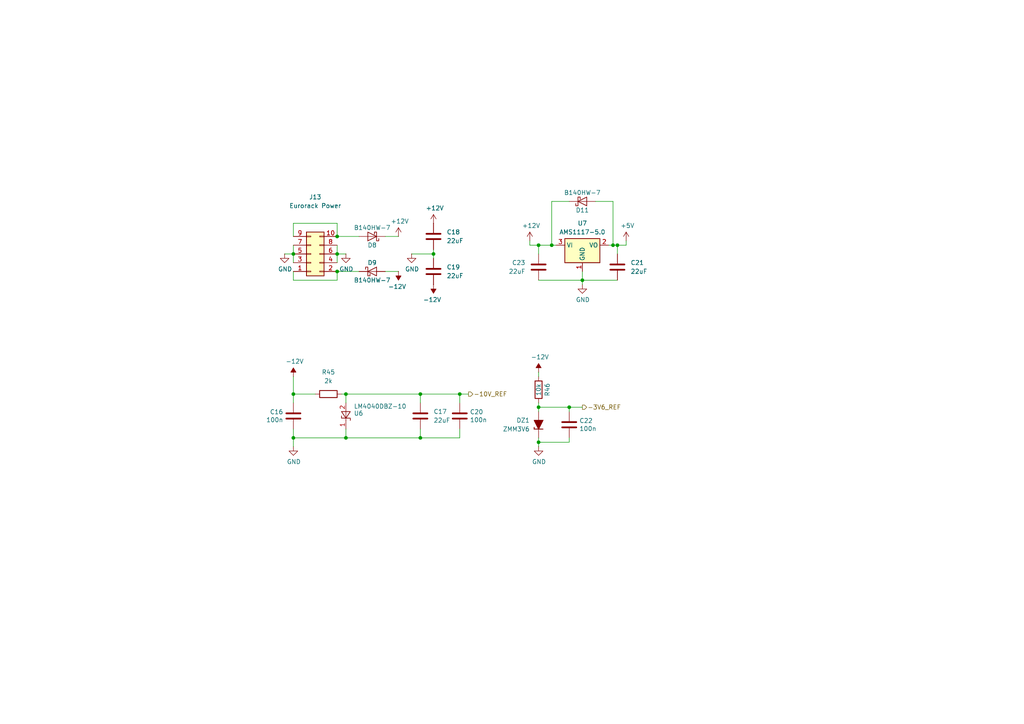
<source format=kicad_sch>
(kicad_sch (version 20231120) (generator "eeschema") (generator_version "8.0")
  (paper "A4")
  (title_block (title "Power") (date "2024-09-14") (rev "v0.1") (company "Sluisbrinkie"))
  (lib_symbols
    (symbol "Connector_Generic:Conn_02x05_Odd_Even" (pin_names (offset 1.016) hide)
      (property "Reference" "J" (at 1.27 7.62 0))
      (property "Value" "Conn_02x05_Odd_Even" (at 1.27 -7.62 0))
      (symbol "Conn_02x05_Odd_Even_1_1"
        (rectangle (start -1.27 -4.953) (end 0 -5.207) (stroke (width 0.1524)))
        (rectangle (start -1.27 -2.413) (end 0 -2.667) (stroke (width 0.1524)))
        (rectangle (start -1.27 0.127) (end 0 -0.127) (stroke (width 0.1524)))
        (rectangle (start -1.27 2.667) (end 0 2.413) (stroke (width 0.1524)))
        (rectangle (start -1.27 5.207) (end 0 4.953) (stroke (width 0.1524)))
        (rectangle (start -1.27 6.35) (end 3.81 -6.35) (stroke (width 0.254)) (fill (type background)))
        (rectangle (start 3.81 -4.953) (end 2.54 -5.207) (stroke (width 0.1524)))
        (rectangle (start 3.81 -2.413) (end 2.54 -2.667) (stroke (width 0.1524)))
        (rectangle (start 3.81 0.127) (end 2.54 -0.127) (stroke (width 0.1524)))
        (rectangle (start 3.81 2.667) (end 2.54 2.413) (stroke (width 0.1524)))
        (rectangle (start 3.81 5.207) (end 2.54 4.953) (stroke (width 0.1524)))
        (pin passive line (at -5.08 5.08 0) (length 3.81) (name "Pin_1") (number "1"))
        (pin passive line (at 7.62 -5.08 180) (length 3.81) (name "Pin_10") (number "10"))
        (pin passive line (at 7.62 5.08 180) (length 3.81) (name "Pin_2") (number "2"))
        (pin passive line (at -5.08 2.54 0) (length 3.81) (name "Pin_3") (number "3"))
        (pin passive line (at 7.62 2.54 180) (length 3.81) (name "Pin_4") (number "4"))
        (pin passive line (at -5.08 0 0) (length 3.81) (name "Pin_5") (number "5"))
        (pin passive line (at 7.62 0 180) (length 3.81) (name "Pin_6") (number "6"))
        (pin passive line (at -5.08 -2.54 0) (length 3.81) (name "Pin_7") (number "7"))
        (pin passive line (at 7.62 -2.54 180) (length 3.81) (name "Pin_8") (number "8"))
        (pin passive line (at -5.08 -5.08 0) (length 3.81) (name "Pin_9") (number "9"))
      )
    )
    (symbol "Device:C" (pin_numbers hide) (pin_names (offset 0.254))
      (property "Reference" "C" (at 0.635 2.54 0))
      (property "Value" "C" (at 0.635 -2.54 0))
      (symbol "C_0_1"
        (polyline (pts (xy -2.032 -0.762) (xy 2.032 -0.762)) (stroke (width 0.508)))
        (polyline (pts (xy -2.032 0.762) (xy 2.032 0.762)) (stroke (width 0.508)))
      )
      (symbol "C_1_1"
        (pin passive line (at 0 3.81 270) (length 2.794) (name "~") (number "1"))
        (pin passive line (at 0 -3.81 90) (length 2.794) (name "~") (number "2"))
      )
    )
    (symbol "Device:R" (pin_numbers hide) (pin_names (offset 0))
      (property "Reference" "R" (at 2.032 0 90))
      (property "Value" "R" (at 0 0 90))
      (symbol "R_0_1"
        (rectangle (start -1.016 -2.54) (end 1.016 2.54) (stroke (width 0.254)))
      )
      (symbol "R_1_1"
        (pin passive line (at 0 3.81 270) (length 1.27) (name "~") (number "1"))
        (pin passive line (at 0 -3.81 90) (length 1.27) (name "~") (number "2"))
      )
    )
    (symbol "PCM_4ms_Diode:B140HW-7" (pin_numbers hide) (pin_names (offset 1.016) hide)
      (property "Reference" "D" (at 0 2.54 0))
      (property "Value" "B140HW-7" (at 0 -2.54 0))
      (symbol "B140HW-7_0_1"
        (polyline (pts (xy 1.27 0) (xy -1.27 0)))
        (polyline (pts (xy 1.27 1.27) (xy 1.27 -1.27) (xy -1.27 0) (xy 1.27 1.27)) (stroke (width 0.2032)))
        (polyline (pts (xy -1.905 0.635) (xy -1.905 1.27) (xy -1.27 1.27) (xy -1.27 -1.27) (xy -0.635 -1.27) (xy -0.635 -0.635)) (stroke (width 0.2032)))
      )
      (symbol "B140HW-7_1_1"
        (pin passive line (at -3.81 0 0) (length 2.54) (name "K") (number "1"))
        (pin passive line (at 3.81 0 180) (length 2.54) (name "A") (number "2"))
      )
    )
    (symbol "PCM_Diode_Zener_AKL:MM3Z3V6ST" (pin_numbers hide) (pin_names (offset 1.016) hide)
      (property "Reference" "DZ" (at 0 5.08 0))
      (property "Value" "MM3Z3V6ST" (at 0 2.54 0))
      (symbol "MM3Z3V6ST_0_1"
        (polyline (pts (xy -1.27 0) (xy 1.27 0)))
        (polyline (pts (xy 1.27 1.27) (xy 0.762 1.27)) (stroke (width 0.254)))
        (polyline (pts (xy 1.27 1.27) (xy 1.27 -1.27)) (stroke (width 0.254)))
        (polyline (pts (xy -1.27 -1.27) (xy -1.27 1.27) (xy 1.27 0) (xy -1.27 -1.27)) (stroke (width 0.254)) (fill (type outline)))
      )
      (symbol "MM3Z3V6ST_0_2"
        (polyline (pts (xy -2.54 -2.54) (xy 2.54 2.54)))
        (polyline (pts (xy 0 1.778) (xy -0.381 1.397)) (stroke (width 0.254)))
        (polyline (pts (xy 0 1.778) (xy 1.778 0)) (stroke (width 0.254)))
        (polyline (pts (xy -0.889 -0.889) (xy -1.778 0) (xy 0.889 0.889) (xy 0 -1.778) (xy -0.889 -0.889)) (stroke (width 0.254)) (fill (type outline)))
      )
      (symbol "MM3Z3V6ST_1_1"
        (pin passive line (at 3.81 0 180) (length 2.54) (name "K") (number "1"))
        (pin passive line (at -3.81 0 0) (length 2.54) (name "A") (number "2"))
      )
      (symbol "MM3Z3V6ST_1_2"
        (pin passive line (at 2.54 2.54 180) (length 0) (name "K") (number "1"))
        (pin passive line (at -2.54 -2.54 0) (length 0) (name "A") (number "2"))
      )
    )
    (symbol "Reference_Voltage:LM4040DBZ-10" (pin_names (offset 0.0254) hide)
      (property "Reference" "U" (at 0 2.54 0))
      (property "Value" "LM4040DBZ-10" (at 0 -3.175 0))
      (symbol "LM4040DBZ-10_0_1"
        (polyline (pts (xy -1.27 0) (xy 0 0) (xy 1.27 0)))
        (polyline (pts (xy -1.27 -1.27) (xy 0.635 0) (xy -1.27 1.27) (xy -1.27 -1.27)) (stroke (width 0.2032)))
        (polyline (pts (xy 0 -1.27) (xy 0.635 -1.27) (xy 0.635 1.27) (xy 1.27 1.27)) (stroke (width 0.2032)))
      )
      (symbol "LM4040DBZ-10_1_1"
        (pin passive line (at 3.81 0 180) (length 2.54) (name "K") (number "1"))
        (pin passive line (at -3.81 0 0) (length 2.54) (name "A") (number "2"))
        (pin no_connect line (at -1.27 0 0) (length 2.54) hide (name "NC") (number "3"))
      )
    )
    (symbol "Regulator_Linear:AMS1117-5.0"
      (property "Reference" "U" (at -3.81 3.175 0))
      (property "Value" "AMS1117-5.0" (at 0 3.175 0))
      (symbol "AMS1117-5.0_0_1"
        (rectangle (start -5.08 -5.08) (end 5.08 1.905) (stroke (width 0.254)) (fill (type background)))
      )
      (symbol "AMS1117-5.0_1_1"
        (pin power_in line (at 0 -7.62 90) (length 2.54) (name "GND") (number "1"))
        (pin power_out line (at 7.62 0 180) (length 2.54) (name "VO") (number "2"))
        (pin power_in line (at -7.62 0 0) (length 2.54) (name "VI") (number "3"))
      )
    )
    (symbol "power:+12V" (power) (pin_numbers hide) (pin_names (offset 0) hide)
      (property "Value" "+12V" (at 0 3.556 0))
      (symbol "+12V_0_1"
        (polyline (pts (xy -0.762 1.27) (xy 0 2.54)))
        (polyline (pts (xy 0 0) (xy 0 2.54)))
        (polyline (pts (xy 0 2.54) (xy 0.762 1.27)))
      )
      (symbol "+12V_1_1"
        (pin power_in line (at 0 0 90) (length 0) (name "~") (number "1"))
      )
    )
    (symbol "power:+5V" (power) (pin_numbers hide) (pin_names (offset 0) hide)
      (property "Value" "+5V" (at 0 3.556 0))
      (symbol "+5V_0_1"
        (polyline (pts (xy -0.762 1.27) (xy 0 2.54)))
        (polyline (pts (xy 0 0) (xy 0 2.54)))
        (polyline (pts (xy 0 2.54) (xy 0.762 1.27)))
      )
      (symbol "+5V_1_1"
        (pin power_in line (at 0 0 90) (length 0) (name "~") (number "1"))
      )
    )
    (symbol "power:-12V" (power) (pin_numbers hide) (pin_names (offset 0) hide)
      (property "Value" "-12V" (at 0 3.556 0))
      (symbol "-12V_0_0"
        (pin power_in line (at 0 0 90) (length 0) (name "~") (number "1"))
      )
      (symbol "-12V_0_1"
        (polyline (pts (xy 0 0) (xy 0 1.27) (xy 0.762 1.27) (xy 0 2.54) (xy -0.762 1.27) (xy 0 1.27)) (fill (type outline)))
      )
    )
    (symbol "power:GND" (power) (pin_numbers hide) (pin_names (offset 0) hide)
      (property "Value" "GND" (at 0 -3.81 0))
      (symbol "GND_0_1"
        (polyline (pts (xy 0 0) (xy 0 -1.27) (xy 1.27 -1.27) (xy 0 -2.54) (xy -1.27 -1.27) (xy 0 -1.27)))
      )
      (symbol "GND_1_1"
        (pin power_in line (at 0 0 270) (length 0) (name "~") (number "1"))
      )
    )
  )
  (junction (at 133.35 114.3))
  (junction (at 177.8 71.12))
  (junction (at 156.21 118.11))
  (junction (at 97.79 73.66))
  (junction (at 125.73 73.66))
  (junction (at 85.09 127))
  (junction (at 97.79 78.74))
  (junction (at 100.33 127))
  (junction (at 156.21 128.27))
  (junction (at 85.09 114.3))
  (junction (at 100.33 114.3))
  (junction (at 97.79 68.58))
  (junction (at 121.92 127))
  (junction (at 121.92 114.3))
  (junction (at 179.07 71.12))
  (junction (at 160.02 71.12))
  (junction (at 165.1 118.11))
  (junction (at 156.21 71.12))
  (junction (at 168.91 81.28))
  (junction (at 85.09 73.66))
  (wire (pts (xy 119.38 73.66) (xy 125.73 73.66)))
  (wire (pts (xy 100.33 114.3) (xy 121.92 114.3)))
  (wire (pts (xy 181.61 69.85) (xy 181.61 71.12)))
  (wire (pts (xy 100.33 114.3) (xy 100.33 116.84)))
  (wire (pts (xy 133.35 124.46) (xy 133.35 127)))
  (wire (pts (xy 160.02 58.42) (xy 160.02 71.12)))
  (wire (pts (xy 156.21 119.38) (xy 156.21 118.11)))
  (wire (pts (xy 111.76 78.74) (xy 115.57 78.74)))
  (wire (pts (xy 156.21 81.28) (xy 168.91 81.28)))
  (wire (pts (xy 85.09 114.3) (xy 91.44 114.3)))
  (wire (pts (xy 125.73 73.66) (xy 125.73 74.93)))
  (wire (pts (xy 85.09 68.58) (xy 85.09 64.77)))
  (wire (pts (xy 156.21 128.27) (xy 165.1 128.27)))
  (wire (pts (xy 97.79 73.66) (xy 97.79 76.2)))
  (wire (pts (xy 85.09 81.28) (xy 97.79 81.28)))
  (wire (pts (xy 165.1 128.27) (xy 165.1 127)))
  (wire (pts (xy 181.61 71.12) (xy 179.07 71.12)))
  (wire (pts (xy 100.33 124.46) (xy 100.33 127)))
  (wire (pts (xy 121.92 114.3) (xy 121.92 116.84)))
  (wire (pts (xy 165.1 58.42) (xy 160.02 58.42)))
  (wire (pts (xy 156.21 116.84) (xy 156.21 118.11)))
  (wire (pts (xy 156.21 118.11) (xy 165.1 118.11)))
  (wire (pts (xy 97.79 64.77) (xy 97.79 68.58)))
  (wire (pts (xy 179.07 71.12) (xy 179.07 73.66)))
  (wire (pts (xy 133.35 114.3) (xy 135.89 114.3)))
  (wire (pts (xy 121.92 127) (xy 100.33 127)))
  (wire (pts (xy 85.09 124.46) (xy 85.09 127)))
  (wire (pts (xy 168.91 81.28) (xy 179.07 81.28)))
  (wire (pts (xy 85.09 127) (xy 85.09 129.54)))
  (wire (pts (xy 160.02 71.12) (xy 161.29 71.12)))
  (wire (pts (xy 85.09 71.12) (xy 85.09 73.66)))
  (wire (pts (xy 121.92 124.46) (xy 121.92 127)))
  (wire (pts (xy 168.91 78.74) (xy 168.91 81.28)))
  (wire (pts (xy 85.09 114.3) (xy 85.09 116.84)))
  (wire (pts (xy 99.06 114.3) (xy 100.33 114.3)))
  (wire (pts (xy 85.09 78.74) (xy 85.09 81.28)))
  (wire (pts (xy 176.53 71.12) (xy 177.8 71.12)))
  (wire (pts (xy 177.8 71.12) (xy 177.8 58.42)))
  (wire (pts (xy 121.92 114.3) (xy 133.35 114.3)))
  (wire (pts (xy 115.57 68.58) (xy 111.76 68.58)))
  (wire (pts (xy 85.09 109.22) (xy 85.09 114.3)))
  (wire (pts (xy 85.09 73.66) (xy 85.09 76.2)))
  (wire (pts (xy 156.21 129.54) (xy 156.21 128.27)))
  (wire (pts (xy 125.73 73.66) (xy 125.73 72.39)))
  (wire (pts (xy 165.1 118.11) (xy 168.91 118.11)))
  (wire (pts (xy 133.35 114.3) (xy 133.35 116.84)))
  (wire (pts (xy 177.8 71.12) (xy 179.07 71.12)))
  (wire (pts (xy 153.67 71.12) (xy 156.21 71.12)))
  (wire (pts (xy 156.21 71.12) (xy 160.02 71.12)))
  (wire (pts (xy 97.79 78.74) (xy 104.14 78.74)))
  (wire (pts (xy 100.33 127) (xy 85.09 127)))
  (wire (pts (xy 85.09 64.77) (xy 97.79 64.77)))
  (wire (pts (xy 165.1 119.38) (xy 165.1 118.11)))
  (wire (pts (xy 156.21 127) (xy 156.21 128.27)))
  (wire (pts (xy 156.21 73.66) (xy 156.21 71.12)))
  (wire (pts (xy 82.55 73.66) (xy 85.09 73.66)))
  (wire (pts (xy 156.21 107.95) (xy 156.21 109.22)))
  (wire (pts (xy 100.33 73.66) (xy 97.79 73.66)))
  (wire (pts (xy 172.72 58.42) (xy 177.8 58.42)))
  (wire (pts (xy 153.67 69.85) (xy 153.67 71.12)))
  (wire (pts (xy 97.79 81.28) (xy 97.79 78.74)))
  (wire (pts (xy 168.91 82.55) (xy 168.91 81.28)))
  (wire (pts (xy 97.79 71.12) (xy 97.79 73.66)))
  (wire (pts (xy 133.35 127) (xy 121.92 127)))
  (wire (pts (xy 97.79 68.58) (xy 104.14 68.58)))
  (hierarchical_label "-10V_REF" (shape output) (at 135.89 114.3 0))
  (hierarchical_label "-3V6_REF" (shape output) (at 168.91 118.11 0))
  (symbol (lib_id "power:-12V") (at 115.57 78.74 180) (unit 1)
    (property "Reference" "#PWR062" (effects (hide yes)))
    (property "Value" "-12V" (at 115.189 83.1342 0))
  )
  (symbol (lib_id "PCM_4ms_Diode:B140HW-7") (at 168.91 58.42 0) (mirror x) (unit 1)
    (property "Reference" "D11" (at 168.91 60.96 0))
    (property "Value" "B140HW-7" (at 168.91 55.88 0))
    (property "Footprint" "Diode_SMD:D_SOD-123" (effects (hide yes)))
    (property "Description" "SCHOTTKY RECTIFIER 1.0A 40Vrrm 0.55Vf" (effects (hide yes)))
    (property "Specifications" "SCHOTTKY RECTIFIER 1.0A 40Vrrm 0.55Vf" (effects (hide yes)))
    (property "Manufacturer" "Diodes Incorporated" (effects (hide yes)))
    (property "Part Number" "B140HW-7" (effects (hide yes)))
    (property "JLCPCB ID" "C134429" (effects (hide yes)))
    (property "Alt JLCPCB ID" "C8598" (effects (hide yes)))
    (property "Alt JLCPCB Part" "B5819W" (effects (hide yes)))
  )
  (symbol (lib_id "Regulator_Linear:AMS1117-5.0") (at 168.91 71.12 0) (unit 1)
    (property "Reference" "U7" (at 168.91 64.77 0))
    (property "Value" "AMS1117-5.0" (at 168.91 67.31 0))
    (property "Footprint" "Package_TO_SOT_SMD:SOT-223-3_TabPin2" (effects (hide yes)))
    (property "Datasheet" "http://www.advanced-monolithic.com/pdf/ds1117.pdf" (effects (hide yes)))
    (property "Description" "1A Low Dropout regulator, positive, 5.0V fixed output, SOT-223" (effects (hide yes)))
  )
  (symbol (lib_id "power:GND") (at 156.21 129.54 0) (unit 1)
    (property "Reference" "#PWR068" (effects (hide yes)))
    (property "Value" "GND" (at 156.337 133.9342 0))
  )
  (symbol (lib_id "Device:R") (at 156.21 113.03 180) (unit 1)
    (property "Reference" "R46" (at 158.75 113.03 90))
    (property "Value" "10k" (at 156.21 113.03 90))
    (property "Footprint" "Resistor_SMD:R_0603_1608Metric_Pad0.98x0.95mm_HandSolder" (effects (hide yes)))
  )
  (symbol (lib_id "PCM_4ms_Diode:B140HW-7") (at 107.95 78.74 0) (unit 1)
    (property "Reference" "D9" (at 107.95 76.2 0))
    (property "Value" "B140HW-7" (at 107.95 81.28 0))
    (property "Footprint" "Diode_SMD:D_SOD-123" (effects (hide yes)))
    (property "Description" "SCHOTTKY RECTIFIER 1.0A 40Vrrm 0.55Vf" (effects (hide yes)))
    (property "Specifications" "SCHOTTKY RECTIFIER 1.0A 40Vrrm 0.55Vf" (effects (hide yes)))
    (property "Manufacturer" "Diodes Incorporated" (effects (hide yes)))
    (property "Part Number" "B140HW-7" (effects (hide yes)))
    (property "JLCPCB ID" "C134429" (effects (hide yes)))
    (property "Alt JLCPCB ID" "C8598" (effects (hide yes)))
    (property "Alt JLCPCB Part" "B5819W" (effects (hide yes)))
  )
  (symbol (lib_id "Reference_Voltage:LM4040DBZ-10") (at 100.33 120.65 270) (unit 1)
    (property "Reference" "U6" (at 102.616 119.888 90) (effects (justify left)))
    (property "Value" "LM4040DBZ-10" (at 102.616 117.856 90) (effects (justify left)))
    (property "Footprint" "Package_TO_SOT_SMD:SOT-23" (effects (hide yes)))
    (property "Datasheet" "http://www.ti.com/lit/ds/symlink/lm4040-n.pdf" (effects (hide yes)))
    (property "Description" "10.00V Precision Micropower Shunt Voltage Reference, SOT-23" (effects (hide yes)))
  )
  (symbol (lib_id "Device:C") (at 125.73 78.74 0) (unit 1)
    (property "Reference" "C19" (at 129.54 77.4699 0) (effects (justify left)))
    (property "Value" "22uF" (at 129.54 80.0099 0) (effects (justify left)))
    (property "Footprint" "Capacitor_SMD:C_1206_3216Metric_Pad1.33x1.80mm_HandSolder" (effects (hide yes)))
    (property "Description" "Unpolarized capacitor" (effects (hide yes)))
  )
  (symbol (lib_id "Device:C") (at 156.21 77.47 0) (mirror y) (unit 1)
    (property "Reference" "C23" (at 152.4 76.1999 0) (effects (justify left)))
    (property "Value" "22uF" (at 152.4 78.7399 0) (effects (justify left)))
    (property "Footprint" "Capacitor_SMD:C_1206_3216Metric_Pad1.33x1.80mm_HandSolder" (effects (hide yes)))
    (property "Description" "Unpolarized capacitor" (effects (hide yes)))
  )
  (symbol (lib_id "power:GND") (at 168.91 82.55 0) (unit 1)
    (property "Reference" "#PWR069" (effects (hide yes)))
    (property "Value" "GND" (at 169.037 86.9442 0))
  )
  (symbol (lib_id "Device:R") (at 95.25 114.3 90) (unit 1)
    (property "Reference" "R45" (at 95.25 107.95 90))
    (property "Value" "2k" (at 95.25 110.49 90))
    (property "Footprint" "Resistor_SMD:R_0603_1608Metric_Pad0.98x0.95mm_HandSolder" (effects (hide yes)))
    (property "Description" "Resistor" (effects (hide yes)))
  )
  (symbol (lib_id "Device:C") (at 179.07 77.47 0) (unit 1)
    (property "Reference" "C21" (at 182.88 76.1999 0) (effects (justify left)))
    (property "Value" "22uF" (at 182.88 78.7399 0) (effects (justify left)))
    (property "Footprint" "Capacitor_SMD:C_1206_3216Metric_Pad1.33x1.80mm_HandSolder" (effects (hide yes)))
    (property "Description" "Unpolarized capacitor" (effects (hide yes)))
  )
  (symbol (lib_id "Device:C") (at 121.92 120.65 0) (unit 1)
    (property "Reference" "C17" (at 125.73 119.3799 0) (effects (justify left)))
    (property "Value" "22uF" (at 125.73 121.9199 0) (effects (justify left)))
    (property "Footprint" "Capacitor_SMD:C_1206_3216Metric_Pad1.33x1.80mm_HandSolder" (effects (hide yes)))
    (property "Description" "Unpolarized capacitor" (effects (hide yes)))
  )
  (symbol (lib_id "power:+12V") (at 115.57 68.58 0) (unit 1)
    (property "Reference" "#PWR061" (effects (hide yes)))
    (property "Value" "+12V" (at 115.951 64.1858 0))
  )
  (symbol (lib_id "Device:C") (at 165.1 123.19 0) (unit 1)
    (property "Reference" "C22" (at 168.021 122.0216 0) (effects (justify left)))
    (property "Value" "100n" (at 168.021 124.333 0) (effects (justify left)))
    (property "Footprint" "Capacitor_SMD:C_0603_1608Metric_Pad1.08x0.95mm_HandSolder" (effects (hide yes)))
  )
  (symbol (lib_id "power:GND") (at 85.09 129.54 0) (unit 1)
    (property "Reference" "#PWR059" (effects (hide yes)))
    (property "Value" "GND" (at 85.217 133.9342 0))
  )
  (symbol (lib_id "power:+5V") (at 181.61 69.85 0) (unit 1)
    (property "Reference" "#PWR070" (effects (hide yes)))
    (property "Value" "+5V" (at 181.991 65.4558 0))
  )
  (symbol (lib_id "power:-12V") (at 156.21 107.95 0) (unit 1)
    (property "Reference" "#PWR067" (effects (hide yes)))
    (property "Value" "-12V" (at 156.591 103.5558 0))
  )
  (symbol (lib_id "Device:C") (at 125.73 68.58 0) (unit 1)
    (property "Reference" "C18" (at 129.54 67.3099 0) (effects (justify left)))
    (property "Value" "22uF" (at 129.54 69.8499 0) (effects (justify left)))
    (property "Footprint" "Capacitor_SMD:C_1206_3216Metric_Pad1.33x1.80mm_HandSolder" (effects (hide yes)))
    (property "Description" "Unpolarized capacitor" (effects (hide yes)))
  )
  (symbol (lib_id "Connector_Generic:Conn_02x05_Odd_Even") (at 90.17 73.66 0) (mirror x) (unit 1)
    (property "Reference" "J13" (at 91.44 57.15 0))
    (property "Value" "Eurorack Power" (at 91.44 59.69 0))
    (property "Footprint" "Connector_IDC:IDC-Header_2x05_P2.54mm_Vertical" (effects (hide yes)))
  )
  (symbol (lib_id "power:+12V") (at 153.67 69.85 0) (unit 1)
    (property "Reference" "#PWR066" (effects (hide yes)))
    (property "Value" "+12V" (at 154.051 65.4558 0))
  )
  (symbol (lib_id "PCM_Diode_Zener_AKL:MM3Z3V6ST") (at 156.21 123.19 90) (mirror x) (unit 1)
    (property "Reference" "DZ1" (at 153.67 121.9199 90) (effects (justify left)))
    (property "Value" "ZMM3V6" (at 153.67 124.4599 90) (effects (justify left)))
    (property "Footprint" "PCM_Diode_SMD_AKL:D_SOD-323" (effects (hide yes)))
    (property "Datasheet" "https://www.tme.eu/Document/59602a643d19bb5d35c4e4c7d37742b4/MM3ZxxxST1G_SZMM3ZxxxST1G.pdf" (effects (hide yes)))
    (property "Description" "SOD-323 Zener diode, 3.6V, 300mW, Alternate KiCAD Library" (effects (hide yes)))
  )
  (symbol (lib_id "power:-12V") (at 125.73 82.55 180) (unit 1)
    (property "Reference" "#PWR065" (effects (hide yes)))
    (property "Value" "-12V" (at 125.349 86.9442 0))
  )
  (symbol (lib_id "Device:C") (at 85.09 120.65 0) (mirror y) (unit 1)
    (property "Reference" "C16" (at 82.169 119.4816 0) (effects (justify left)))
    (property "Value" "100n" (at 82.169 121.793 0) (effects (justify left)))
    (property "Footprint" "Capacitor_SMD:C_0603_1608Metric_Pad1.08x0.95mm_HandSolder" (effects (hide yes)))
  )
  (symbol (lib_id "power:GND") (at 82.55 73.66 0) (unit 1)
    (property "Reference" "#PWR057" (effects (hide yes)))
    (property "Value" "GND" (at 82.677 78.0542 0))
  )
  (symbol (lib_id "PCM_4ms_Diode:B140HW-7") (at 107.95 68.58 180) (unit 1)
    (property "Reference" "D8" (at 107.95 71.12 0))
    (property "Value" "B140HW-7" (at 107.95 66.04 0))
    (property "Footprint" "Diode_SMD:D_SOD-123" (effects (hide yes)))
    (property "Description" "SCHOTTKY RECTIFIER 1.0A 40Vrrm 0.55Vf" (effects (hide yes)))
    (property "Specifications" "SCHOTTKY RECTIFIER 1.0A 40Vrrm 0.55Vf" (effects (hide yes)))
    (property "Manufacturer" "Diodes Incorporated" (effects (hide yes)))
    (property "Part Number" "B140HW-7" (effects (hide yes)))
    (property "JLCPCB ID" "C134429" (effects (hide yes)))
    (property "Alt JLCPCB ID" "C8598" (effects (hide yes)))
    (property "Alt JLCPCB Part" "B5819W" (effects (hide yes)))
  )
  (symbol (lib_id "power:GND") (at 100.33 73.66 0) (unit 1)
    (property "Reference" "#PWR060" (effects (hide yes)))
    (property "Value" "GND" (at 100.457 78.0542 0))
  )
  (symbol (lib_id "power:-12V") (at 85.09 109.22 0) (unit 1)
    (property "Reference" "#PWR058" (effects (hide yes)))
    (property "Value" "-12V" (at 85.471 104.8258 0))
  )
  (symbol (lib_id "Device:C") (at 133.35 120.65 0) (unit 1)
    (property "Reference" "C20" (at 136.271 119.4816 0) (effects (justify left)))
    (property "Value" "100n" (at 136.271 121.793 0) (effects (justify left)))
    (property "Footprint" "Capacitor_SMD:C_0603_1608Metric_Pad1.08x0.95mm_HandSolder" (effects (hide yes)))
  )
  (symbol (lib_id "power:GND") (at 119.38 73.66 0) (unit 1)
    (property "Reference" "#PWR063" (effects (hide yes)))
    (property "Value" "GND" (at 119.507 78.0542 0))
  )
  (symbol (lib_id "power:+12V") (at 125.73 64.77 0) (unit 1)
    (property "Reference" "#PWR064" (effects (hide yes)))
    (property "Value" "+12V" (at 126.111 60.3758 0))
  )
)
</source>
